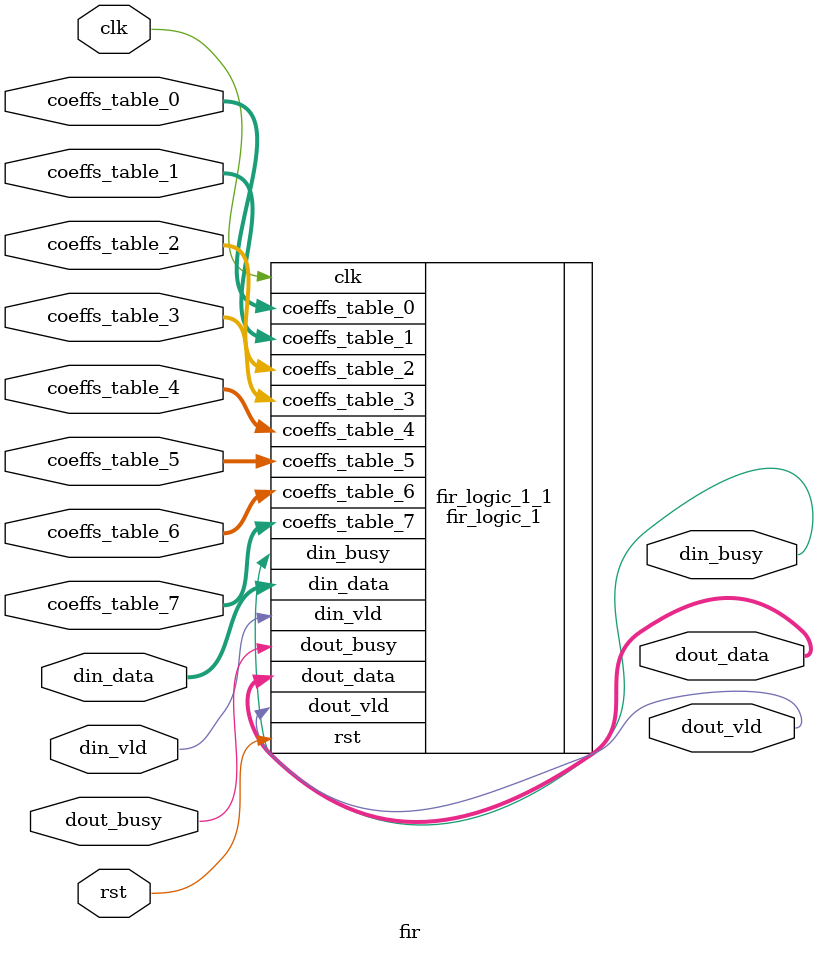
<source format=v>

`timescale 1ps / 1ps

      
module fir(clk, rst, coeffs_table_0, coeffs_table_1, coeffs_table_2, coeffs_table_3, coeffs_table_4, coeffs_table_5, coeffs_table_6, coeffs_table_7, din_busy, din_vld, din_data, dout_busy, dout_vld, dout_data);

      input clk;
      input rst;
      input [7:0] coeffs_table_0;
      input [7:0] coeffs_table_1;
      input [7:0] coeffs_table_2;
      input [7:0] coeffs_table_3;
      input [7:0] coeffs_table_4;
      input [7:0] coeffs_table_5;
      input [7:0] coeffs_table_6;
      input [7:0] coeffs_table_7;
      input din_vld;
      input [7:0] din_data;
      input dout_busy;
      output din_busy;
      output dout_vld;
      output [10:0] dout_data;

         // rtl_instance:fir/fir_logic_1_1
         // Resource=fir_logic_1, Function=partition : Inputs=1,1,8,8,8,8,8,8,8,8,8,1,1 Outputs=1,1,11
         // variable: fir:fir.h:32:1 fir:
         fir_logic_1 fir_logic_1_1(
                       .clk( clk ),
                       .rst( rst ),
                       .coeffs_table_1( coeffs_table_1 ),
                       .coeffs_table_0( coeffs_table_0 ),
                       .coeffs_table_2( coeffs_table_2 ),
                       .coeffs_table_3( coeffs_table_3 ),
                       .coeffs_table_4( coeffs_table_4 ),
                       .coeffs_table_5( coeffs_table_5 ),
                       .coeffs_table_6( coeffs_table_6 ),
                       .din_data( din_data ),
                       .coeffs_table_7( coeffs_table_7 ),
                       .din_busy( din_busy ),
                       .din_vld( din_vld ),
                       .dout_vld( dout_vld ),
                       .dout_busy( dout_busy ),
                       .dout_data( dout_data )
                     );


endmodule



</source>
